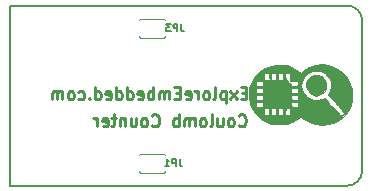
<source format=gbr>
G04 #@! TF.FileFunction,Legend,Bot*
%FSLAX46Y46*%
G04 Gerber Fmt 4.6, Leading zero omitted, Abs format (unit mm)*
G04 Created by KiCad (PCBNEW 4.0.4-stable) date 02/22/17 18:27:42*
%MOMM*%
%LPD*%
G01*
G04 APERTURE LIST*
%ADD10C,0.100000*%
%ADD11C,0.150000*%
%ADD12C,0.254000*%
%ADD13C,0.050000*%
%ADD14C,0.002540*%
G04 APERTURE END LIST*
D10*
D11*
X163830000Y-70485000D02*
X135255000Y-70485000D01*
X165100000Y-69215000D02*
X165100000Y-56515000D01*
X163830000Y-55245000D02*
X137160000Y-55245000D01*
X165100000Y-56515000D02*
G75*
G03X163830000Y-55245000I-1270000J0D01*
G01*
X163830000Y-70485000D02*
G75*
G03X165100000Y-69215000I0J1270000D01*
G01*
D12*
X154625523Y-65386857D02*
X154673904Y-65435238D01*
X154819047Y-65483619D01*
X154915809Y-65483619D01*
X155060951Y-65435238D01*
X155157713Y-65338476D01*
X155206094Y-65241714D01*
X155254475Y-65048190D01*
X155254475Y-64903048D01*
X155206094Y-64709524D01*
X155157713Y-64612762D01*
X155060951Y-64516000D01*
X154915809Y-64467619D01*
X154819047Y-64467619D01*
X154673904Y-64516000D01*
X154625523Y-64564381D01*
X154044951Y-65483619D02*
X154141713Y-65435238D01*
X154190094Y-65386857D01*
X154238475Y-65290095D01*
X154238475Y-64999810D01*
X154190094Y-64903048D01*
X154141713Y-64854667D01*
X154044951Y-64806286D01*
X153899809Y-64806286D01*
X153803047Y-64854667D01*
X153754666Y-64903048D01*
X153706285Y-64999810D01*
X153706285Y-65290095D01*
X153754666Y-65386857D01*
X153803047Y-65435238D01*
X153899809Y-65483619D01*
X154044951Y-65483619D01*
X152835428Y-64806286D02*
X152835428Y-65483619D01*
X153270856Y-64806286D02*
X153270856Y-65338476D01*
X153222475Y-65435238D01*
X153125713Y-65483619D01*
X152980571Y-65483619D01*
X152883809Y-65435238D01*
X152835428Y-65386857D01*
X152206475Y-65483619D02*
X152303237Y-65435238D01*
X152351618Y-65338476D01*
X152351618Y-64467619D01*
X151674285Y-65483619D02*
X151771047Y-65435238D01*
X151819428Y-65386857D01*
X151867809Y-65290095D01*
X151867809Y-64999810D01*
X151819428Y-64903048D01*
X151771047Y-64854667D01*
X151674285Y-64806286D01*
X151529143Y-64806286D01*
X151432381Y-64854667D01*
X151384000Y-64903048D01*
X151335619Y-64999810D01*
X151335619Y-65290095D01*
X151384000Y-65386857D01*
X151432381Y-65435238D01*
X151529143Y-65483619D01*
X151674285Y-65483619D01*
X150900190Y-65483619D02*
X150900190Y-64806286D01*
X150900190Y-64903048D02*
X150851809Y-64854667D01*
X150755047Y-64806286D01*
X150609905Y-64806286D01*
X150513143Y-64854667D01*
X150464762Y-64951429D01*
X150464762Y-65483619D01*
X150464762Y-64951429D02*
X150416381Y-64854667D01*
X150319619Y-64806286D01*
X150174476Y-64806286D01*
X150077714Y-64854667D01*
X150029333Y-64951429D01*
X150029333Y-65483619D01*
X149545523Y-65483619D02*
X149545523Y-64467619D01*
X149545523Y-64854667D02*
X149448761Y-64806286D01*
X149255238Y-64806286D01*
X149158476Y-64854667D01*
X149110095Y-64903048D01*
X149061714Y-64999810D01*
X149061714Y-65290095D01*
X149110095Y-65386857D01*
X149158476Y-65435238D01*
X149255238Y-65483619D01*
X149448761Y-65483619D01*
X149545523Y-65435238D01*
X147271619Y-65386857D02*
X147320000Y-65435238D01*
X147465143Y-65483619D01*
X147561905Y-65483619D01*
X147707047Y-65435238D01*
X147803809Y-65338476D01*
X147852190Y-65241714D01*
X147900571Y-65048190D01*
X147900571Y-64903048D01*
X147852190Y-64709524D01*
X147803809Y-64612762D01*
X147707047Y-64516000D01*
X147561905Y-64467619D01*
X147465143Y-64467619D01*
X147320000Y-64516000D01*
X147271619Y-64564381D01*
X146691047Y-65483619D02*
X146787809Y-65435238D01*
X146836190Y-65386857D01*
X146884571Y-65290095D01*
X146884571Y-64999810D01*
X146836190Y-64903048D01*
X146787809Y-64854667D01*
X146691047Y-64806286D01*
X146545905Y-64806286D01*
X146449143Y-64854667D01*
X146400762Y-64903048D01*
X146352381Y-64999810D01*
X146352381Y-65290095D01*
X146400762Y-65386857D01*
X146449143Y-65435238D01*
X146545905Y-65483619D01*
X146691047Y-65483619D01*
X145481524Y-64806286D02*
X145481524Y-65483619D01*
X145916952Y-64806286D02*
X145916952Y-65338476D01*
X145868571Y-65435238D01*
X145771809Y-65483619D01*
X145626667Y-65483619D01*
X145529905Y-65435238D01*
X145481524Y-65386857D01*
X144997714Y-64806286D02*
X144997714Y-65483619D01*
X144997714Y-64903048D02*
X144949333Y-64854667D01*
X144852571Y-64806286D01*
X144707429Y-64806286D01*
X144610667Y-64854667D01*
X144562286Y-64951429D01*
X144562286Y-65483619D01*
X144223619Y-64806286D02*
X143836571Y-64806286D01*
X144078476Y-64467619D02*
X144078476Y-65338476D01*
X144030095Y-65435238D01*
X143933333Y-65483619D01*
X143836571Y-65483619D01*
X143110858Y-65435238D02*
X143207620Y-65483619D01*
X143401143Y-65483619D01*
X143497905Y-65435238D01*
X143546286Y-65338476D01*
X143546286Y-64951429D01*
X143497905Y-64854667D01*
X143401143Y-64806286D01*
X143207620Y-64806286D01*
X143110858Y-64854667D01*
X143062477Y-64951429D01*
X143062477Y-65048190D01*
X143546286Y-65144952D01*
X142627048Y-65483619D02*
X142627048Y-64806286D01*
X142627048Y-64999810D02*
X142578667Y-64903048D01*
X142530286Y-64854667D01*
X142433524Y-64806286D01*
X142336763Y-64806286D01*
X155290761Y-62665429D02*
X154952095Y-62665429D01*
X154806952Y-63197619D02*
X155290761Y-63197619D01*
X155290761Y-62181619D01*
X154806952Y-62181619D01*
X154468285Y-63197619D02*
X153936095Y-62520286D01*
X154468285Y-62520286D02*
X153936095Y-63197619D01*
X153549047Y-62520286D02*
X153549047Y-63536286D01*
X153549047Y-62568667D02*
X153452285Y-62520286D01*
X153258762Y-62520286D01*
X153162000Y-62568667D01*
X153113619Y-62617048D01*
X153065238Y-62713810D01*
X153065238Y-63004095D01*
X153113619Y-63100857D01*
X153162000Y-63149238D01*
X153258762Y-63197619D01*
X153452285Y-63197619D01*
X153549047Y-63149238D01*
X152484666Y-63197619D02*
X152581428Y-63149238D01*
X152629809Y-63052476D01*
X152629809Y-62181619D01*
X151952476Y-63197619D02*
X152049238Y-63149238D01*
X152097619Y-63100857D01*
X152146000Y-63004095D01*
X152146000Y-62713810D01*
X152097619Y-62617048D01*
X152049238Y-62568667D01*
X151952476Y-62520286D01*
X151807334Y-62520286D01*
X151710572Y-62568667D01*
X151662191Y-62617048D01*
X151613810Y-62713810D01*
X151613810Y-63004095D01*
X151662191Y-63100857D01*
X151710572Y-63149238D01*
X151807334Y-63197619D01*
X151952476Y-63197619D01*
X151178381Y-63197619D02*
X151178381Y-62520286D01*
X151178381Y-62713810D02*
X151130000Y-62617048D01*
X151081619Y-62568667D01*
X150984857Y-62520286D01*
X150888096Y-62520286D01*
X150162382Y-63149238D02*
X150259144Y-63197619D01*
X150452667Y-63197619D01*
X150549429Y-63149238D01*
X150597810Y-63052476D01*
X150597810Y-62665429D01*
X150549429Y-62568667D01*
X150452667Y-62520286D01*
X150259144Y-62520286D01*
X150162382Y-62568667D01*
X150114001Y-62665429D01*
X150114001Y-62762190D01*
X150597810Y-62858952D01*
X149678572Y-62665429D02*
X149339906Y-62665429D01*
X149194763Y-63197619D02*
X149678572Y-63197619D01*
X149678572Y-62181619D01*
X149194763Y-62181619D01*
X148759334Y-63197619D02*
X148759334Y-62520286D01*
X148759334Y-62617048D02*
X148710953Y-62568667D01*
X148614191Y-62520286D01*
X148469049Y-62520286D01*
X148372287Y-62568667D01*
X148323906Y-62665429D01*
X148323906Y-63197619D01*
X148323906Y-62665429D02*
X148275525Y-62568667D01*
X148178763Y-62520286D01*
X148033620Y-62520286D01*
X147936858Y-62568667D01*
X147888477Y-62665429D01*
X147888477Y-63197619D01*
X147404667Y-63197619D02*
X147404667Y-62181619D01*
X147404667Y-62568667D02*
X147307905Y-62520286D01*
X147114382Y-62520286D01*
X147017620Y-62568667D01*
X146969239Y-62617048D01*
X146920858Y-62713810D01*
X146920858Y-63004095D01*
X146969239Y-63100857D01*
X147017620Y-63149238D01*
X147114382Y-63197619D01*
X147307905Y-63197619D01*
X147404667Y-63149238D01*
X146098382Y-63149238D02*
X146195144Y-63197619D01*
X146388667Y-63197619D01*
X146485429Y-63149238D01*
X146533810Y-63052476D01*
X146533810Y-62665429D01*
X146485429Y-62568667D01*
X146388667Y-62520286D01*
X146195144Y-62520286D01*
X146098382Y-62568667D01*
X146050001Y-62665429D01*
X146050001Y-62762190D01*
X146533810Y-62858952D01*
X145179144Y-63197619D02*
X145179144Y-62181619D01*
X145179144Y-63149238D02*
X145275906Y-63197619D01*
X145469429Y-63197619D01*
X145566191Y-63149238D01*
X145614572Y-63100857D01*
X145662953Y-63004095D01*
X145662953Y-62713810D01*
X145614572Y-62617048D01*
X145566191Y-62568667D01*
X145469429Y-62520286D01*
X145275906Y-62520286D01*
X145179144Y-62568667D01*
X144259906Y-63197619D02*
X144259906Y-62181619D01*
X144259906Y-63149238D02*
X144356668Y-63197619D01*
X144550191Y-63197619D01*
X144646953Y-63149238D01*
X144695334Y-63100857D01*
X144743715Y-63004095D01*
X144743715Y-62713810D01*
X144695334Y-62617048D01*
X144646953Y-62568667D01*
X144550191Y-62520286D01*
X144356668Y-62520286D01*
X144259906Y-62568667D01*
X143389049Y-63149238D02*
X143485811Y-63197619D01*
X143679334Y-63197619D01*
X143776096Y-63149238D01*
X143824477Y-63052476D01*
X143824477Y-62665429D01*
X143776096Y-62568667D01*
X143679334Y-62520286D01*
X143485811Y-62520286D01*
X143389049Y-62568667D01*
X143340668Y-62665429D01*
X143340668Y-62762190D01*
X143824477Y-62858952D01*
X142469811Y-63197619D02*
X142469811Y-62181619D01*
X142469811Y-63149238D02*
X142566573Y-63197619D01*
X142760096Y-63197619D01*
X142856858Y-63149238D01*
X142905239Y-63100857D01*
X142953620Y-63004095D01*
X142953620Y-62713810D01*
X142905239Y-62617048D01*
X142856858Y-62568667D01*
X142760096Y-62520286D01*
X142566573Y-62520286D01*
X142469811Y-62568667D01*
X141986001Y-63100857D02*
X141937620Y-63149238D01*
X141986001Y-63197619D01*
X142034382Y-63149238D01*
X141986001Y-63100857D01*
X141986001Y-63197619D01*
X141066763Y-63149238D02*
X141163525Y-63197619D01*
X141357048Y-63197619D01*
X141453810Y-63149238D01*
X141502191Y-63100857D01*
X141550572Y-63004095D01*
X141550572Y-62713810D01*
X141502191Y-62617048D01*
X141453810Y-62568667D01*
X141357048Y-62520286D01*
X141163525Y-62520286D01*
X141066763Y-62568667D01*
X140486191Y-63197619D02*
X140582953Y-63149238D01*
X140631334Y-63100857D01*
X140679715Y-63004095D01*
X140679715Y-62713810D01*
X140631334Y-62617048D01*
X140582953Y-62568667D01*
X140486191Y-62520286D01*
X140341049Y-62520286D01*
X140244287Y-62568667D01*
X140195906Y-62617048D01*
X140147525Y-62713810D01*
X140147525Y-63004095D01*
X140195906Y-63100857D01*
X140244287Y-63149238D01*
X140341049Y-63197619D01*
X140486191Y-63197619D01*
X139712096Y-63197619D02*
X139712096Y-62520286D01*
X139712096Y-62617048D02*
X139663715Y-62568667D01*
X139566953Y-62520286D01*
X139421811Y-62520286D01*
X139325049Y-62568667D01*
X139276668Y-62665429D01*
X139276668Y-63197619D01*
X139276668Y-62665429D02*
X139228287Y-62568667D01*
X139131525Y-62520286D01*
X138986382Y-62520286D01*
X138889620Y-62568667D01*
X138841239Y-62665429D01*
X138841239Y-63197619D01*
D11*
X137160000Y-55245000D02*
X135255000Y-55245000D01*
X135255000Y-55245000D02*
X135255000Y-70485000D01*
D13*
X146220000Y-67880000D02*
X146320000Y-67780000D01*
X146320000Y-67780000D02*
X148320000Y-67780000D01*
X148320000Y-67780000D02*
X148420000Y-67880000D01*
X146320000Y-69380000D02*
X146220000Y-69280000D01*
X147420000Y-69380000D02*
X148320000Y-69380000D01*
X148320000Y-69380000D02*
X148420000Y-69280000D01*
X146320000Y-69380000D02*
X147420000Y-69380000D01*
X148420000Y-57850000D02*
X148320000Y-57950000D01*
X148320000Y-57950000D02*
X146320000Y-57950000D01*
X146320000Y-57950000D02*
X146220000Y-57850000D01*
X148320000Y-56350000D02*
X148420000Y-56450000D01*
X147220000Y-56350000D02*
X146320000Y-56350000D01*
X146320000Y-56350000D02*
X146220000Y-56450000D01*
X148320000Y-56350000D02*
X147220000Y-56350000D01*
D14*
G36*
X155534360Y-62801500D02*
X155541980Y-63129160D01*
X155557220Y-63362840D01*
X155592780Y-63543180D01*
X155648660Y-63708280D01*
X155691840Y-63802260D01*
X155991560Y-64302640D01*
X156075380Y-64391540D01*
X156075380Y-61640720D01*
X156403040Y-61640720D01*
X156596080Y-61643260D01*
X156690060Y-61668660D01*
X156725620Y-61734700D01*
X156730700Y-61823600D01*
X156712920Y-61986160D01*
X156644340Y-62064900D01*
X156494480Y-62082680D01*
X156377640Y-62077600D01*
X156210000Y-62057280D01*
X156128720Y-62003940D01*
X156100780Y-61887100D01*
X156095700Y-61849000D01*
X156075380Y-61640720D01*
X156075380Y-64391540D01*
X156083000Y-64401700D01*
X156083000Y-63832740D01*
X156083000Y-63609220D01*
X156083000Y-63383160D01*
X156083000Y-63253620D01*
X156083000Y-63027560D01*
X156083000Y-62801500D01*
X156083000Y-62671960D01*
X156083000Y-62448440D01*
X156083000Y-62222380D01*
X156405580Y-62222380D01*
X156730700Y-62222380D01*
X156730700Y-62448440D01*
X156730700Y-62671960D01*
X156405580Y-62671960D01*
X156083000Y-62671960D01*
X156083000Y-62801500D01*
X156405580Y-62801500D01*
X156730700Y-62801500D01*
X156730700Y-63027560D01*
X156730700Y-63253620D01*
X156405580Y-63253620D01*
X156083000Y-63253620D01*
X156083000Y-63383160D01*
X156405580Y-63383160D01*
X156730700Y-63383160D01*
X156730700Y-63609220D01*
X156730700Y-63832740D01*
X156405580Y-63832740D01*
X156083000Y-63832740D01*
X156083000Y-64401700D01*
X156364940Y-64701420D01*
X156794200Y-64988440D01*
X156794200Y-64190880D01*
X156794200Y-61577220D01*
X156794200Y-61249560D01*
X156794200Y-60921900D01*
X157002480Y-60942220D01*
X157129480Y-60962540D01*
X157195520Y-61018420D01*
X157223460Y-61142880D01*
X157233620Y-61269880D01*
X157251400Y-61577220D01*
X157022800Y-61577220D01*
X156794200Y-61577220D01*
X156794200Y-64190880D01*
X156799280Y-64010540D01*
X156832300Y-63926720D01*
X156918660Y-63898780D01*
X157020260Y-63898780D01*
X157159960Y-63903860D01*
X157223460Y-63944500D01*
X157243780Y-64058800D01*
X157243780Y-64190880D01*
X157241240Y-64368680D01*
X157208220Y-64449960D01*
X157121860Y-64477900D01*
X157020260Y-64480440D01*
X156880560Y-64472820D01*
X156814520Y-64432180D01*
X156796740Y-64317880D01*
X156794200Y-64190880D01*
X156794200Y-64988440D01*
X156824680Y-65011300D01*
X157226000Y-65189100D01*
X157373320Y-65232280D01*
X157373320Y-64190880D01*
X157373320Y-61577220D01*
X157373320Y-61254640D01*
X157373320Y-60929520D01*
X157599380Y-60929520D01*
X157825440Y-60929520D01*
X157825440Y-61254640D01*
X157825440Y-61577220D01*
X157599380Y-61577220D01*
X157373320Y-61577220D01*
X157373320Y-64190880D01*
X157380940Y-64010540D01*
X157413960Y-63926720D01*
X157500320Y-63898780D01*
X157599380Y-63898780D01*
X157739080Y-63903860D01*
X157805120Y-63944500D01*
X157825440Y-64058800D01*
X157825440Y-64190880D01*
X157820360Y-64368680D01*
X157787340Y-64449960D01*
X157700980Y-64477900D01*
X157599380Y-64480440D01*
X157462220Y-64472820D01*
X157396180Y-64432180D01*
X157375860Y-64317880D01*
X157373320Y-64190880D01*
X157373320Y-65232280D01*
X157462220Y-65262760D01*
X157673040Y-65303400D01*
X157919420Y-65313560D01*
X157970220Y-65311020D01*
X157970220Y-64190880D01*
X157975300Y-64010540D01*
X157988000Y-63969900D01*
X157988000Y-61363860D01*
X157988000Y-61254640D01*
X157993080Y-61074300D01*
X158028640Y-60985400D01*
X158117540Y-60952380D01*
X158196280Y-60942220D01*
X158404560Y-60921900D01*
X158404560Y-61254640D01*
X158404560Y-61584840D01*
X158196280Y-61561980D01*
X158066740Y-61544200D01*
X158008320Y-61490860D01*
X157988000Y-61363860D01*
X157988000Y-63969900D01*
X158003240Y-63926720D01*
X158089600Y-63898780D01*
X158186120Y-63898780D01*
X158323280Y-63903860D01*
X158386780Y-63947040D01*
X158404560Y-64061340D01*
X158404560Y-64190880D01*
X158402020Y-64368680D01*
X158369000Y-64449960D01*
X158282640Y-64477900D01*
X158191200Y-64480440D01*
X158059120Y-64472820D01*
X157995620Y-64427100D01*
X157975300Y-64312800D01*
X157970220Y-64190880D01*
X157970220Y-65311020D01*
X158201360Y-65305940D01*
X158521400Y-65283080D01*
X158582360Y-65270380D01*
X158582360Y-64320420D01*
X158584900Y-64287400D01*
X158584900Y-61010800D01*
X158628080Y-60972700D01*
X158757620Y-60944760D01*
X158772860Y-60944760D01*
X158981140Y-60921900D01*
X158998920Y-61295280D01*
X159019240Y-61668660D01*
X159052260Y-61666120D01*
X159052260Y-61351160D01*
X159052260Y-61092080D01*
X159082740Y-61059060D01*
X159115760Y-61092080D01*
X159082740Y-61122560D01*
X159052260Y-61092080D01*
X159052260Y-61351160D01*
X159082740Y-61318140D01*
X159115760Y-61351160D01*
X159082740Y-61384180D01*
X159052260Y-61351160D01*
X159052260Y-61666120D01*
X159357060Y-61648340D01*
X159555180Y-61640720D01*
X159656780Y-61658500D01*
X159692340Y-61716920D01*
X159697420Y-61823600D01*
X159687260Y-61948060D01*
X159631380Y-62009020D01*
X159494220Y-62034420D01*
X159423100Y-62039500D01*
X159212280Y-62049660D01*
X159100520Y-62034420D01*
X159057340Y-61981080D01*
X159052260Y-61927740D01*
X159024320Y-61846460D01*
X159004000Y-61841380D01*
X158854140Y-61836300D01*
X158803340Y-61755020D01*
X158813500Y-61704220D01*
X158810960Y-61602620D01*
X158722060Y-61577220D01*
X158640780Y-61551820D01*
X158607760Y-61457840D01*
X158600140Y-61318140D01*
X158597600Y-61140340D01*
X158587440Y-61026040D01*
X158584900Y-61010800D01*
X158584900Y-64287400D01*
X158589980Y-64190880D01*
X158610300Y-64010540D01*
X158653480Y-63924180D01*
X158739840Y-63898780D01*
X158800800Y-63898780D01*
X158915100Y-63906400D01*
X158968440Y-63957200D01*
X158986220Y-64084200D01*
X158986220Y-64190880D01*
X158983680Y-64368680D01*
X158950660Y-64449960D01*
X158864300Y-64477900D01*
X158777940Y-64480440D01*
X158650940Y-64472820D01*
X158592520Y-64432180D01*
X158582360Y-64320420D01*
X158582360Y-65270380D01*
X158762700Y-65242440D01*
X158983680Y-65171320D01*
X159044640Y-65140840D01*
X159044640Y-62222380D01*
X159369760Y-62222380D01*
X159562800Y-62224920D01*
X159659320Y-62250320D01*
X159692340Y-62316360D01*
X159697420Y-62407800D01*
X159679640Y-62539880D01*
X159605980Y-62608460D01*
X159453580Y-62636400D01*
X159283400Y-62633860D01*
X159141160Y-62611000D01*
X159080200Y-62532260D01*
X159064960Y-62425580D01*
X159044640Y-62222380D01*
X159044640Y-65140840D01*
X159082740Y-65125600D01*
X159082740Y-63609220D01*
X159082740Y-63027560D01*
X159092900Y-62910720D01*
X159141160Y-62849760D01*
X159265620Y-62824360D01*
X159390080Y-62814200D01*
X159697420Y-62793880D01*
X159697420Y-63027560D01*
X159697420Y-63261240D01*
X159390080Y-63240920D01*
X159204660Y-63223140D01*
X159115760Y-63187580D01*
X159087820Y-63108840D01*
X159082740Y-63027560D01*
X159082740Y-63609220D01*
X159092900Y-63489840D01*
X159141160Y-63431420D01*
X159265620Y-63403480D01*
X159390080Y-63393320D01*
X159697420Y-63375540D01*
X159697420Y-63609220D01*
X159697420Y-63840360D01*
X159390080Y-63822580D01*
X159204660Y-63804800D01*
X159115760Y-63766700D01*
X159087820Y-63687960D01*
X159082740Y-63609220D01*
X159082740Y-65125600D01*
X159194500Y-65074800D01*
X159420560Y-64952880D01*
X159608520Y-64833500D01*
X159722820Y-64742060D01*
X159793940Y-64676020D01*
X159859980Y-64660780D01*
X159953960Y-64701420D01*
X159953960Y-62009020D01*
X159997140Y-61658500D01*
X160141920Y-61325760D01*
X160388300Y-61033660D01*
X160525460Y-60924440D01*
X160675320Y-60838080D01*
X160837880Y-60789820D01*
X161058860Y-60772040D01*
X161218880Y-60769500D01*
X161472880Y-60774580D01*
X161645600Y-60797440D01*
X161780220Y-60855860D01*
X161919920Y-60957460D01*
X161932620Y-60967620D01*
X162151060Y-61188600D01*
X162328860Y-61462920D01*
X162443160Y-61742320D01*
X162471100Y-61927740D01*
X162443160Y-62189360D01*
X162374580Y-62448440D01*
X162275520Y-62651640D01*
X162229800Y-62710060D01*
X162163760Y-62791340D01*
X162189160Y-62857380D01*
X162283140Y-62931040D01*
X162384740Y-63022480D01*
X162552380Y-63187580D01*
X162760660Y-63400940D01*
X162989260Y-63644780D01*
X163017200Y-63675260D01*
X163593780Y-64302640D01*
X163438840Y-64427100D01*
X163283900Y-64554100D01*
X162859720Y-64114680D01*
X162633660Y-63873380D01*
X162405060Y-63629540D01*
X162214560Y-63416180D01*
X162171380Y-63365380D01*
X161907220Y-63058040D01*
X161676080Y-63157100D01*
X161300160Y-63246000D01*
X160916620Y-63210440D01*
X160743900Y-63154560D01*
X160406080Y-62951360D01*
X160162240Y-62677040D01*
X160009840Y-62357000D01*
X159953960Y-62009020D01*
X159953960Y-64701420D01*
X159956500Y-64703960D01*
X160121600Y-64815720D01*
X160136840Y-64830960D01*
X160609280Y-65092580D01*
X161132520Y-65257680D01*
X161676080Y-65323720D01*
X162206940Y-65285620D01*
X162600640Y-65176400D01*
X163113720Y-64917320D01*
X163545520Y-64569340D01*
X163880800Y-64145160D01*
X164117020Y-63660020D01*
X164246560Y-63131700D01*
X164259260Y-62567820D01*
X164216080Y-62273180D01*
X164104320Y-61854080D01*
X163931600Y-61495940D01*
X163677600Y-61155580D01*
X163560760Y-61026040D01*
X163154360Y-60683140D01*
X162684460Y-60431680D01*
X162176460Y-60284360D01*
X161650680Y-60233560D01*
X161129980Y-60286900D01*
X160632140Y-60441840D01*
X160182560Y-60700920D01*
X160080960Y-60782200D01*
X159893000Y-60939680D01*
X159682180Y-60782200D01*
X159217360Y-60497720D01*
X158699200Y-60317380D01*
X158478220Y-60274200D01*
X157916880Y-60238640D01*
X157375860Y-60327540D01*
X156870400Y-60523120D01*
X156418280Y-60822840D01*
X156034740Y-61221620D01*
X155737560Y-61701680D01*
X155735020Y-61704220D01*
X155643580Y-61907420D01*
X155585160Y-62077600D01*
X155552140Y-62257940D01*
X155539440Y-62484000D01*
X155534360Y-62801500D01*
X155534360Y-62801500D01*
X155534360Y-62801500D01*
G37*
X155534360Y-62801500D02*
X155541980Y-63129160D01*
X155557220Y-63362840D01*
X155592780Y-63543180D01*
X155648660Y-63708280D01*
X155691840Y-63802260D01*
X155991560Y-64302640D01*
X156075380Y-64391540D01*
X156075380Y-61640720D01*
X156403040Y-61640720D01*
X156596080Y-61643260D01*
X156690060Y-61668660D01*
X156725620Y-61734700D01*
X156730700Y-61823600D01*
X156712920Y-61986160D01*
X156644340Y-62064900D01*
X156494480Y-62082680D01*
X156377640Y-62077600D01*
X156210000Y-62057280D01*
X156128720Y-62003940D01*
X156100780Y-61887100D01*
X156095700Y-61849000D01*
X156075380Y-61640720D01*
X156075380Y-64391540D01*
X156083000Y-64401700D01*
X156083000Y-63832740D01*
X156083000Y-63609220D01*
X156083000Y-63383160D01*
X156083000Y-63253620D01*
X156083000Y-63027560D01*
X156083000Y-62801500D01*
X156083000Y-62671960D01*
X156083000Y-62448440D01*
X156083000Y-62222380D01*
X156405580Y-62222380D01*
X156730700Y-62222380D01*
X156730700Y-62448440D01*
X156730700Y-62671960D01*
X156405580Y-62671960D01*
X156083000Y-62671960D01*
X156083000Y-62801500D01*
X156405580Y-62801500D01*
X156730700Y-62801500D01*
X156730700Y-63027560D01*
X156730700Y-63253620D01*
X156405580Y-63253620D01*
X156083000Y-63253620D01*
X156083000Y-63383160D01*
X156405580Y-63383160D01*
X156730700Y-63383160D01*
X156730700Y-63609220D01*
X156730700Y-63832740D01*
X156405580Y-63832740D01*
X156083000Y-63832740D01*
X156083000Y-64401700D01*
X156364940Y-64701420D01*
X156794200Y-64988440D01*
X156794200Y-64190880D01*
X156794200Y-61577220D01*
X156794200Y-61249560D01*
X156794200Y-60921900D01*
X157002480Y-60942220D01*
X157129480Y-60962540D01*
X157195520Y-61018420D01*
X157223460Y-61142880D01*
X157233620Y-61269880D01*
X157251400Y-61577220D01*
X157022800Y-61577220D01*
X156794200Y-61577220D01*
X156794200Y-64190880D01*
X156799280Y-64010540D01*
X156832300Y-63926720D01*
X156918660Y-63898780D01*
X157020260Y-63898780D01*
X157159960Y-63903860D01*
X157223460Y-63944500D01*
X157243780Y-64058800D01*
X157243780Y-64190880D01*
X157241240Y-64368680D01*
X157208220Y-64449960D01*
X157121860Y-64477900D01*
X157020260Y-64480440D01*
X156880560Y-64472820D01*
X156814520Y-64432180D01*
X156796740Y-64317880D01*
X156794200Y-64190880D01*
X156794200Y-64988440D01*
X156824680Y-65011300D01*
X157226000Y-65189100D01*
X157373320Y-65232280D01*
X157373320Y-64190880D01*
X157373320Y-61577220D01*
X157373320Y-61254640D01*
X157373320Y-60929520D01*
X157599380Y-60929520D01*
X157825440Y-60929520D01*
X157825440Y-61254640D01*
X157825440Y-61577220D01*
X157599380Y-61577220D01*
X157373320Y-61577220D01*
X157373320Y-64190880D01*
X157380940Y-64010540D01*
X157413960Y-63926720D01*
X157500320Y-63898780D01*
X157599380Y-63898780D01*
X157739080Y-63903860D01*
X157805120Y-63944500D01*
X157825440Y-64058800D01*
X157825440Y-64190880D01*
X157820360Y-64368680D01*
X157787340Y-64449960D01*
X157700980Y-64477900D01*
X157599380Y-64480440D01*
X157462220Y-64472820D01*
X157396180Y-64432180D01*
X157375860Y-64317880D01*
X157373320Y-64190880D01*
X157373320Y-65232280D01*
X157462220Y-65262760D01*
X157673040Y-65303400D01*
X157919420Y-65313560D01*
X157970220Y-65311020D01*
X157970220Y-64190880D01*
X157975300Y-64010540D01*
X157988000Y-63969900D01*
X157988000Y-61363860D01*
X157988000Y-61254640D01*
X157993080Y-61074300D01*
X158028640Y-60985400D01*
X158117540Y-60952380D01*
X158196280Y-60942220D01*
X158404560Y-60921900D01*
X158404560Y-61254640D01*
X158404560Y-61584840D01*
X158196280Y-61561980D01*
X158066740Y-61544200D01*
X158008320Y-61490860D01*
X157988000Y-61363860D01*
X157988000Y-63969900D01*
X158003240Y-63926720D01*
X158089600Y-63898780D01*
X158186120Y-63898780D01*
X158323280Y-63903860D01*
X158386780Y-63947040D01*
X158404560Y-64061340D01*
X158404560Y-64190880D01*
X158402020Y-64368680D01*
X158369000Y-64449960D01*
X158282640Y-64477900D01*
X158191200Y-64480440D01*
X158059120Y-64472820D01*
X157995620Y-64427100D01*
X157975300Y-64312800D01*
X157970220Y-64190880D01*
X157970220Y-65311020D01*
X158201360Y-65305940D01*
X158521400Y-65283080D01*
X158582360Y-65270380D01*
X158582360Y-64320420D01*
X158584900Y-64287400D01*
X158584900Y-61010800D01*
X158628080Y-60972700D01*
X158757620Y-60944760D01*
X158772860Y-60944760D01*
X158981140Y-60921900D01*
X158998920Y-61295280D01*
X159019240Y-61668660D01*
X159052260Y-61666120D01*
X159052260Y-61351160D01*
X159052260Y-61092080D01*
X159082740Y-61059060D01*
X159115760Y-61092080D01*
X159082740Y-61122560D01*
X159052260Y-61092080D01*
X159052260Y-61351160D01*
X159082740Y-61318140D01*
X159115760Y-61351160D01*
X159082740Y-61384180D01*
X159052260Y-61351160D01*
X159052260Y-61666120D01*
X159357060Y-61648340D01*
X159555180Y-61640720D01*
X159656780Y-61658500D01*
X159692340Y-61716920D01*
X159697420Y-61823600D01*
X159687260Y-61948060D01*
X159631380Y-62009020D01*
X159494220Y-62034420D01*
X159423100Y-62039500D01*
X159212280Y-62049660D01*
X159100520Y-62034420D01*
X159057340Y-61981080D01*
X159052260Y-61927740D01*
X159024320Y-61846460D01*
X159004000Y-61841380D01*
X158854140Y-61836300D01*
X158803340Y-61755020D01*
X158813500Y-61704220D01*
X158810960Y-61602620D01*
X158722060Y-61577220D01*
X158640780Y-61551820D01*
X158607760Y-61457840D01*
X158600140Y-61318140D01*
X158597600Y-61140340D01*
X158587440Y-61026040D01*
X158584900Y-61010800D01*
X158584900Y-64287400D01*
X158589980Y-64190880D01*
X158610300Y-64010540D01*
X158653480Y-63924180D01*
X158739840Y-63898780D01*
X158800800Y-63898780D01*
X158915100Y-63906400D01*
X158968440Y-63957200D01*
X158986220Y-64084200D01*
X158986220Y-64190880D01*
X158983680Y-64368680D01*
X158950660Y-64449960D01*
X158864300Y-64477900D01*
X158777940Y-64480440D01*
X158650940Y-64472820D01*
X158592520Y-64432180D01*
X158582360Y-64320420D01*
X158582360Y-65270380D01*
X158762700Y-65242440D01*
X158983680Y-65171320D01*
X159044640Y-65140840D01*
X159044640Y-62222380D01*
X159369760Y-62222380D01*
X159562800Y-62224920D01*
X159659320Y-62250320D01*
X159692340Y-62316360D01*
X159697420Y-62407800D01*
X159679640Y-62539880D01*
X159605980Y-62608460D01*
X159453580Y-62636400D01*
X159283400Y-62633860D01*
X159141160Y-62611000D01*
X159080200Y-62532260D01*
X159064960Y-62425580D01*
X159044640Y-62222380D01*
X159044640Y-65140840D01*
X159082740Y-65125600D01*
X159082740Y-63609220D01*
X159082740Y-63027560D01*
X159092900Y-62910720D01*
X159141160Y-62849760D01*
X159265620Y-62824360D01*
X159390080Y-62814200D01*
X159697420Y-62793880D01*
X159697420Y-63027560D01*
X159697420Y-63261240D01*
X159390080Y-63240920D01*
X159204660Y-63223140D01*
X159115760Y-63187580D01*
X159087820Y-63108840D01*
X159082740Y-63027560D01*
X159082740Y-63609220D01*
X159092900Y-63489840D01*
X159141160Y-63431420D01*
X159265620Y-63403480D01*
X159390080Y-63393320D01*
X159697420Y-63375540D01*
X159697420Y-63609220D01*
X159697420Y-63840360D01*
X159390080Y-63822580D01*
X159204660Y-63804800D01*
X159115760Y-63766700D01*
X159087820Y-63687960D01*
X159082740Y-63609220D01*
X159082740Y-65125600D01*
X159194500Y-65074800D01*
X159420560Y-64952880D01*
X159608520Y-64833500D01*
X159722820Y-64742060D01*
X159793940Y-64676020D01*
X159859980Y-64660780D01*
X159953960Y-64701420D01*
X159953960Y-62009020D01*
X159997140Y-61658500D01*
X160141920Y-61325760D01*
X160388300Y-61033660D01*
X160525460Y-60924440D01*
X160675320Y-60838080D01*
X160837880Y-60789820D01*
X161058860Y-60772040D01*
X161218880Y-60769500D01*
X161472880Y-60774580D01*
X161645600Y-60797440D01*
X161780220Y-60855860D01*
X161919920Y-60957460D01*
X161932620Y-60967620D01*
X162151060Y-61188600D01*
X162328860Y-61462920D01*
X162443160Y-61742320D01*
X162471100Y-61927740D01*
X162443160Y-62189360D01*
X162374580Y-62448440D01*
X162275520Y-62651640D01*
X162229800Y-62710060D01*
X162163760Y-62791340D01*
X162189160Y-62857380D01*
X162283140Y-62931040D01*
X162384740Y-63022480D01*
X162552380Y-63187580D01*
X162760660Y-63400940D01*
X162989260Y-63644780D01*
X163017200Y-63675260D01*
X163593780Y-64302640D01*
X163438840Y-64427100D01*
X163283900Y-64554100D01*
X162859720Y-64114680D01*
X162633660Y-63873380D01*
X162405060Y-63629540D01*
X162214560Y-63416180D01*
X162171380Y-63365380D01*
X161907220Y-63058040D01*
X161676080Y-63157100D01*
X161300160Y-63246000D01*
X160916620Y-63210440D01*
X160743900Y-63154560D01*
X160406080Y-62951360D01*
X160162240Y-62677040D01*
X160009840Y-62357000D01*
X159953960Y-62009020D01*
X159953960Y-64701420D01*
X159956500Y-64703960D01*
X160121600Y-64815720D01*
X160136840Y-64830960D01*
X160609280Y-65092580D01*
X161132520Y-65257680D01*
X161676080Y-65323720D01*
X162206940Y-65285620D01*
X162600640Y-65176400D01*
X163113720Y-64917320D01*
X163545520Y-64569340D01*
X163880800Y-64145160D01*
X164117020Y-63660020D01*
X164246560Y-63131700D01*
X164259260Y-62567820D01*
X164216080Y-62273180D01*
X164104320Y-61854080D01*
X163931600Y-61495940D01*
X163677600Y-61155580D01*
X163560760Y-61026040D01*
X163154360Y-60683140D01*
X162684460Y-60431680D01*
X162176460Y-60284360D01*
X161650680Y-60233560D01*
X161129980Y-60286900D01*
X160632140Y-60441840D01*
X160182560Y-60700920D01*
X160080960Y-60782200D01*
X159893000Y-60939680D01*
X159682180Y-60782200D01*
X159217360Y-60497720D01*
X158699200Y-60317380D01*
X158478220Y-60274200D01*
X157916880Y-60238640D01*
X157375860Y-60327540D01*
X156870400Y-60523120D01*
X156418280Y-60822840D01*
X156034740Y-61221620D01*
X155737560Y-61701680D01*
X155735020Y-61704220D01*
X155643580Y-61907420D01*
X155585160Y-62077600D01*
X155552140Y-62257940D01*
X155539440Y-62484000D01*
X155534360Y-62801500D01*
X155534360Y-62801500D01*
G36*
X160355280Y-61861700D02*
X160373060Y-62156340D01*
X160479740Y-62433200D01*
X160662620Y-62661800D01*
X160906460Y-62814200D01*
X161180780Y-62865000D01*
X161348420Y-62837060D01*
X161541460Y-62765940D01*
X161561780Y-62753240D01*
X161825940Y-62555120D01*
X161991040Y-62303660D01*
X162057080Y-62019180D01*
X162024060Y-61729620D01*
X161886900Y-61462920D01*
X161650680Y-61244480D01*
X161622740Y-61226700D01*
X161348420Y-61132720D01*
X161053780Y-61142880D01*
X160771840Y-61244480D01*
X160540700Y-61427360D01*
X160441640Y-61569600D01*
X160355280Y-61861700D01*
X160355280Y-61861700D01*
X160355280Y-61861700D01*
G37*
X160355280Y-61861700D02*
X160373060Y-62156340D01*
X160479740Y-62433200D01*
X160662620Y-62661800D01*
X160906460Y-62814200D01*
X161180780Y-62865000D01*
X161348420Y-62837060D01*
X161541460Y-62765940D01*
X161561780Y-62753240D01*
X161825940Y-62555120D01*
X161991040Y-62303660D01*
X162057080Y-62019180D01*
X162024060Y-61729620D01*
X161886900Y-61462920D01*
X161650680Y-61244480D01*
X161622740Y-61226700D01*
X161348420Y-61132720D01*
X161053780Y-61142880D01*
X160771840Y-61244480D01*
X160540700Y-61427360D01*
X160441640Y-61569600D01*
X160355280Y-61861700D01*
X160355280Y-61861700D01*
D11*
X149627167Y-68232262D02*
X149627167Y-68685833D01*
X149657405Y-68776548D01*
X149717881Y-68837024D01*
X149808596Y-68867262D01*
X149869072Y-68867262D01*
X149324786Y-68867262D02*
X149324786Y-68232262D01*
X149082881Y-68232262D01*
X149022405Y-68262500D01*
X148992166Y-68292738D01*
X148961928Y-68353214D01*
X148961928Y-68443929D01*
X148992166Y-68504405D01*
X149022405Y-68534643D01*
X149082881Y-68564881D01*
X149324786Y-68564881D01*
X148357166Y-68867262D02*
X148720024Y-68867262D01*
X148538595Y-68867262D02*
X148538595Y-68232262D01*
X148599071Y-68322976D01*
X148659547Y-68383452D01*
X148720024Y-68413690D01*
X149754167Y-56802262D02*
X149754167Y-57255833D01*
X149784405Y-57346548D01*
X149844881Y-57407024D01*
X149935596Y-57437262D01*
X149996072Y-57437262D01*
X149451786Y-57437262D02*
X149451786Y-56802262D01*
X149209881Y-56802262D01*
X149149405Y-56832500D01*
X149119166Y-56862738D01*
X149088928Y-56923214D01*
X149088928Y-57013929D01*
X149119166Y-57074405D01*
X149149405Y-57104643D01*
X149209881Y-57134881D01*
X149451786Y-57134881D01*
X148877262Y-56802262D02*
X148484166Y-56802262D01*
X148695833Y-57044167D01*
X148605119Y-57044167D01*
X148544643Y-57074405D01*
X148514405Y-57104643D01*
X148484166Y-57165119D01*
X148484166Y-57316310D01*
X148514405Y-57376786D01*
X148544643Y-57407024D01*
X148605119Y-57437262D01*
X148786547Y-57437262D01*
X148847024Y-57407024D01*
X148877262Y-57376786D01*
M02*

</source>
